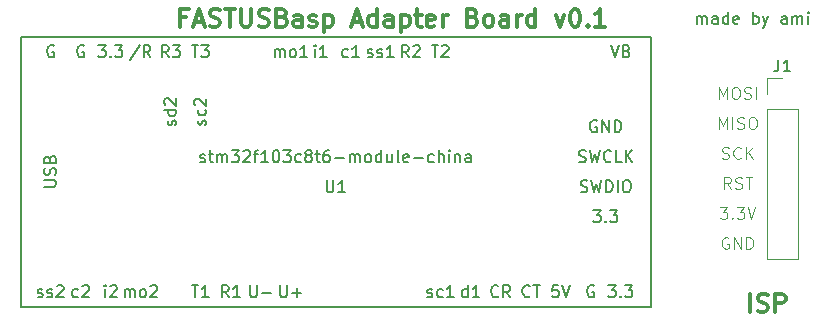
<source format=gto>
G04 #@! TF.FileFunction,Legend,Top*
%FSLAX46Y46*%
G04 Gerber Fmt 4.6, Leading zero omitted, Abs format (unit mm)*
G04 Created by KiCad (PCBNEW 4.0.6) date Sun Apr 16 17:16:54 2017*
%MOMM*%
%LPD*%
G01*
G04 APERTURE LIST*
%ADD10C,0.100000*%
%ADD11C,0.200000*%
%ADD12C,0.300000*%
%ADD13C,0.150000*%
%ADD14C,0.120000*%
G04 APERTURE END LIST*
D10*
D11*
X213725714Y-105862381D02*
X213725714Y-105195714D01*
X213725714Y-105290952D02*
X213773333Y-105243333D01*
X213868571Y-105195714D01*
X214011429Y-105195714D01*
X214106667Y-105243333D01*
X214154286Y-105338571D01*
X214154286Y-105862381D01*
X214154286Y-105338571D02*
X214201905Y-105243333D01*
X214297143Y-105195714D01*
X214440000Y-105195714D01*
X214535238Y-105243333D01*
X214582857Y-105338571D01*
X214582857Y-105862381D01*
X215487619Y-105862381D02*
X215487619Y-105338571D01*
X215440000Y-105243333D01*
X215344762Y-105195714D01*
X215154285Y-105195714D01*
X215059047Y-105243333D01*
X215487619Y-105814762D02*
X215392381Y-105862381D01*
X215154285Y-105862381D01*
X215059047Y-105814762D01*
X215011428Y-105719524D01*
X215011428Y-105624286D01*
X215059047Y-105529048D01*
X215154285Y-105481429D01*
X215392381Y-105481429D01*
X215487619Y-105433810D01*
X216392381Y-105862381D02*
X216392381Y-104862381D01*
X216392381Y-105814762D02*
X216297143Y-105862381D01*
X216106666Y-105862381D01*
X216011428Y-105814762D01*
X215963809Y-105767143D01*
X215916190Y-105671905D01*
X215916190Y-105386190D01*
X215963809Y-105290952D01*
X216011428Y-105243333D01*
X216106666Y-105195714D01*
X216297143Y-105195714D01*
X216392381Y-105243333D01*
X217249524Y-105814762D02*
X217154286Y-105862381D01*
X216963809Y-105862381D01*
X216868571Y-105814762D01*
X216820952Y-105719524D01*
X216820952Y-105338571D01*
X216868571Y-105243333D01*
X216963809Y-105195714D01*
X217154286Y-105195714D01*
X217249524Y-105243333D01*
X217297143Y-105338571D01*
X217297143Y-105433810D01*
X216820952Y-105529048D01*
X218487619Y-105862381D02*
X218487619Y-104862381D01*
X218487619Y-105243333D02*
X218582857Y-105195714D01*
X218773334Y-105195714D01*
X218868572Y-105243333D01*
X218916191Y-105290952D01*
X218963810Y-105386190D01*
X218963810Y-105671905D01*
X218916191Y-105767143D01*
X218868572Y-105814762D01*
X218773334Y-105862381D01*
X218582857Y-105862381D01*
X218487619Y-105814762D01*
X219297143Y-105195714D02*
X219535238Y-105862381D01*
X219773334Y-105195714D02*
X219535238Y-105862381D01*
X219440000Y-106100476D01*
X219392381Y-106148095D01*
X219297143Y-106195714D01*
X221344763Y-105862381D02*
X221344763Y-105338571D01*
X221297144Y-105243333D01*
X221201906Y-105195714D01*
X221011429Y-105195714D01*
X220916191Y-105243333D01*
X221344763Y-105814762D02*
X221249525Y-105862381D01*
X221011429Y-105862381D01*
X220916191Y-105814762D01*
X220868572Y-105719524D01*
X220868572Y-105624286D01*
X220916191Y-105529048D01*
X221011429Y-105481429D01*
X221249525Y-105481429D01*
X221344763Y-105433810D01*
X221820953Y-105862381D02*
X221820953Y-105195714D01*
X221820953Y-105290952D02*
X221868572Y-105243333D01*
X221963810Y-105195714D01*
X222106668Y-105195714D01*
X222201906Y-105243333D01*
X222249525Y-105338571D01*
X222249525Y-105862381D01*
X222249525Y-105338571D02*
X222297144Y-105243333D01*
X222392382Y-105195714D01*
X222535239Y-105195714D01*
X222630477Y-105243333D01*
X222678096Y-105338571D01*
X222678096Y-105862381D01*
X223154286Y-105862381D02*
X223154286Y-105195714D01*
X223154286Y-104862381D02*
X223106667Y-104910000D01*
X223154286Y-104957619D01*
X223201905Y-104910000D01*
X223154286Y-104862381D01*
X223154286Y-104957619D01*
D12*
X170495716Y-105302857D02*
X169995716Y-105302857D01*
X169995716Y-106088571D02*
X169995716Y-104588571D01*
X170710002Y-104588571D01*
X171210001Y-105660000D02*
X171924287Y-105660000D01*
X171067144Y-106088571D02*
X171567144Y-104588571D01*
X172067144Y-106088571D01*
X172495715Y-106017143D02*
X172710001Y-106088571D01*
X173067144Y-106088571D01*
X173210001Y-106017143D01*
X173281430Y-105945714D01*
X173352858Y-105802857D01*
X173352858Y-105660000D01*
X173281430Y-105517143D01*
X173210001Y-105445714D01*
X173067144Y-105374286D01*
X172781430Y-105302857D01*
X172638572Y-105231429D01*
X172567144Y-105160000D01*
X172495715Y-105017143D01*
X172495715Y-104874286D01*
X172567144Y-104731429D01*
X172638572Y-104660000D01*
X172781430Y-104588571D01*
X173138572Y-104588571D01*
X173352858Y-104660000D01*
X173781429Y-104588571D02*
X174638572Y-104588571D01*
X174210001Y-106088571D02*
X174210001Y-104588571D01*
X175138572Y-104588571D02*
X175138572Y-105802857D01*
X175210000Y-105945714D01*
X175281429Y-106017143D01*
X175424286Y-106088571D01*
X175710000Y-106088571D01*
X175852858Y-106017143D01*
X175924286Y-105945714D01*
X175995715Y-105802857D01*
X175995715Y-104588571D01*
X176638572Y-106017143D02*
X176852858Y-106088571D01*
X177210001Y-106088571D01*
X177352858Y-106017143D01*
X177424287Y-105945714D01*
X177495715Y-105802857D01*
X177495715Y-105660000D01*
X177424287Y-105517143D01*
X177352858Y-105445714D01*
X177210001Y-105374286D01*
X176924287Y-105302857D01*
X176781429Y-105231429D01*
X176710001Y-105160000D01*
X176638572Y-105017143D01*
X176638572Y-104874286D01*
X176710001Y-104731429D01*
X176781429Y-104660000D01*
X176924287Y-104588571D01*
X177281429Y-104588571D01*
X177495715Y-104660000D01*
X178638572Y-105302857D02*
X178852858Y-105374286D01*
X178924286Y-105445714D01*
X178995715Y-105588571D01*
X178995715Y-105802857D01*
X178924286Y-105945714D01*
X178852858Y-106017143D01*
X178710000Y-106088571D01*
X178138572Y-106088571D01*
X178138572Y-104588571D01*
X178638572Y-104588571D01*
X178781429Y-104660000D01*
X178852858Y-104731429D01*
X178924286Y-104874286D01*
X178924286Y-105017143D01*
X178852858Y-105160000D01*
X178781429Y-105231429D01*
X178638572Y-105302857D01*
X178138572Y-105302857D01*
X180281429Y-106088571D02*
X180281429Y-105302857D01*
X180210000Y-105160000D01*
X180067143Y-105088571D01*
X179781429Y-105088571D01*
X179638572Y-105160000D01*
X180281429Y-106017143D02*
X180138572Y-106088571D01*
X179781429Y-106088571D01*
X179638572Y-106017143D01*
X179567143Y-105874286D01*
X179567143Y-105731429D01*
X179638572Y-105588571D01*
X179781429Y-105517143D01*
X180138572Y-105517143D01*
X180281429Y-105445714D01*
X180924286Y-106017143D02*
X181067143Y-106088571D01*
X181352858Y-106088571D01*
X181495715Y-106017143D01*
X181567143Y-105874286D01*
X181567143Y-105802857D01*
X181495715Y-105660000D01*
X181352858Y-105588571D01*
X181138572Y-105588571D01*
X180995715Y-105517143D01*
X180924286Y-105374286D01*
X180924286Y-105302857D01*
X180995715Y-105160000D01*
X181138572Y-105088571D01*
X181352858Y-105088571D01*
X181495715Y-105160000D01*
X182210001Y-105088571D02*
X182210001Y-106588571D01*
X182210001Y-105160000D02*
X182352858Y-105088571D01*
X182638572Y-105088571D01*
X182781429Y-105160000D01*
X182852858Y-105231429D01*
X182924287Y-105374286D01*
X182924287Y-105802857D01*
X182852858Y-105945714D01*
X182781429Y-106017143D01*
X182638572Y-106088571D01*
X182352858Y-106088571D01*
X182210001Y-106017143D01*
X184638572Y-105660000D02*
X185352858Y-105660000D01*
X184495715Y-106088571D02*
X184995715Y-104588571D01*
X185495715Y-106088571D01*
X186638572Y-106088571D02*
X186638572Y-104588571D01*
X186638572Y-106017143D02*
X186495715Y-106088571D01*
X186210001Y-106088571D01*
X186067143Y-106017143D01*
X185995715Y-105945714D01*
X185924286Y-105802857D01*
X185924286Y-105374286D01*
X185995715Y-105231429D01*
X186067143Y-105160000D01*
X186210001Y-105088571D01*
X186495715Y-105088571D01*
X186638572Y-105160000D01*
X187995715Y-106088571D02*
X187995715Y-105302857D01*
X187924286Y-105160000D01*
X187781429Y-105088571D01*
X187495715Y-105088571D01*
X187352858Y-105160000D01*
X187995715Y-106017143D02*
X187852858Y-106088571D01*
X187495715Y-106088571D01*
X187352858Y-106017143D01*
X187281429Y-105874286D01*
X187281429Y-105731429D01*
X187352858Y-105588571D01*
X187495715Y-105517143D01*
X187852858Y-105517143D01*
X187995715Y-105445714D01*
X188710001Y-105088571D02*
X188710001Y-106588571D01*
X188710001Y-105160000D02*
X188852858Y-105088571D01*
X189138572Y-105088571D01*
X189281429Y-105160000D01*
X189352858Y-105231429D01*
X189424287Y-105374286D01*
X189424287Y-105802857D01*
X189352858Y-105945714D01*
X189281429Y-106017143D01*
X189138572Y-106088571D01*
X188852858Y-106088571D01*
X188710001Y-106017143D01*
X189852858Y-105088571D02*
X190424287Y-105088571D01*
X190067144Y-104588571D02*
X190067144Y-105874286D01*
X190138572Y-106017143D01*
X190281430Y-106088571D01*
X190424287Y-106088571D01*
X191495715Y-106017143D02*
X191352858Y-106088571D01*
X191067144Y-106088571D01*
X190924287Y-106017143D01*
X190852858Y-105874286D01*
X190852858Y-105302857D01*
X190924287Y-105160000D01*
X191067144Y-105088571D01*
X191352858Y-105088571D01*
X191495715Y-105160000D01*
X191567144Y-105302857D01*
X191567144Y-105445714D01*
X190852858Y-105588571D01*
X192210001Y-106088571D02*
X192210001Y-105088571D01*
X192210001Y-105374286D02*
X192281429Y-105231429D01*
X192352858Y-105160000D01*
X192495715Y-105088571D01*
X192638572Y-105088571D01*
X194781429Y-105302857D02*
X194995715Y-105374286D01*
X195067143Y-105445714D01*
X195138572Y-105588571D01*
X195138572Y-105802857D01*
X195067143Y-105945714D01*
X194995715Y-106017143D01*
X194852857Y-106088571D01*
X194281429Y-106088571D01*
X194281429Y-104588571D01*
X194781429Y-104588571D01*
X194924286Y-104660000D01*
X194995715Y-104731429D01*
X195067143Y-104874286D01*
X195067143Y-105017143D01*
X194995715Y-105160000D01*
X194924286Y-105231429D01*
X194781429Y-105302857D01*
X194281429Y-105302857D01*
X195995715Y-106088571D02*
X195852857Y-106017143D01*
X195781429Y-105945714D01*
X195710000Y-105802857D01*
X195710000Y-105374286D01*
X195781429Y-105231429D01*
X195852857Y-105160000D01*
X195995715Y-105088571D01*
X196210000Y-105088571D01*
X196352857Y-105160000D01*
X196424286Y-105231429D01*
X196495715Y-105374286D01*
X196495715Y-105802857D01*
X196424286Y-105945714D01*
X196352857Y-106017143D01*
X196210000Y-106088571D01*
X195995715Y-106088571D01*
X197781429Y-106088571D02*
X197781429Y-105302857D01*
X197710000Y-105160000D01*
X197567143Y-105088571D01*
X197281429Y-105088571D01*
X197138572Y-105160000D01*
X197781429Y-106017143D02*
X197638572Y-106088571D01*
X197281429Y-106088571D01*
X197138572Y-106017143D01*
X197067143Y-105874286D01*
X197067143Y-105731429D01*
X197138572Y-105588571D01*
X197281429Y-105517143D01*
X197638572Y-105517143D01*
X197781429Y-105445714D01*
X198495715Y-106088571D02*
X198495715Y-105088571D01*
X198495715Y-105374286D02*
X198567143Y-105231429D01*
X198638572Y-105160000D01*
X198781429Y-105088571D01*
X198924286Y-105088571D01*
X200067143Y-106088571D02*
X200067143Y-104588571D01*
X200067143Y-106017143D02*
X199924286Y-106088571D01*
X199638572Y-106088571D01*
X199495714Y-106017143D01*
X199424286Y-105945714D01*
X199352857Y-105802857D01*
X199352857Y-105374286D01*
X199424286Y-105231429D01*
X199495714Y-105160000D01*
X199638572Y-105088571D01*
X199924286Y-105088571D01*
X200067143Y-105160000D01*
X201781429Y-105088571D02*
X202138572Y-106088571D01*
X202495714Y-105088571D01*
X203352857Y-104588571D02*
X203495714Y-104588571D01*
X203638571Y-104660000D01*
X203710000Y-104731429D01*
X203781429Y-104874286D01*
X203852857Y-105160000D01*
X203852857Y-105517143D01*
X203781429Y-105802857D01*
X203710000Y-105945714D01*
X203638571Y-106017143D01*
X203495714Y-106088571D01*
X203352857Y-106088571D01*
X203210000Y-106017143D01*
X203138571Y-105945714D01*
X203067143Y-105802857D01*
X202995714Y-105517143D01*
X202995714Y-105160000D01*
X203067143Y-104874286D01*
X203138571Y-104731429D01*
X203210000Y-104660000D01*
X203352857Y-104588571D01*
X204495714Y-105945714D02*
X204567142Y-106017143D01*
X204495714Y-106088571D01*
X204424285Y-106017143D01*
X204495714Y-105945714D01*
X204495714Y-106088571D01*
X205995714Y-106088571D02*
X205138571Y-106088571D01*
X205567143Y-106088571D02*
X205567143Y-104588571D01*
X205424286Y-104802857D01*
X205281428Y-104945714D01*
X205138571Y-105017143D01*
D10*
X216408096Y-123960000D02*
X216312858Y-123912381D01*
X216170001Y-123912381D01*
X216027143Y-123960000D01*
X215931905Y-124055238D01*
X215884286Y-124150476D01*
X215836667Y-124340952D01*
X215836667Y-124483810D01*
X215884286Y-124674286D01*
X215931905Y-124769524D01*
X216027143Y-124864762D01*
X216170001Y-124912381D01*
X216265239Y-124912381D01*
X216408096Y-124864762D01*
X216455715Y-124817143D01*
X216455715Y-124483810D01*
X216265239Y-124483810D01*
X216884286Y-124912381D02*
X216884286Y-123912381D01*
X217455715Y-124912381D01*
X217455715Y-123912381D01*
X217931905Y-124912381D02*
X217931905Y-123912381D01*
X218170000Y-123912381D01*
X218312858Y-123960000D01*
X218408096Y-124055238D01*
X218455715Y-124150476D01*
X218503334Y-124340952D01*
X218503334Y-124483810D01*
X218455715Y-124674286D01*
X218408096Y-124769524D01*
X218312858Y-124864762D01*
X218170000Y-124912381D01*
X217931905Y-124912381D01*
X215693810Y-121372381D02*
X216312858Y-121372381D01*
X215979524Y-121753333D01*
X216122382Y-121753333D01*
X216217620Y-121800952D01*
X216265239Y-121848571D01*
X216312858Y-121943810D01*
X216312858Y-122181905D01*
X216265239Y-122277143D01*
X216217620Y-122324762D01*
X216122382Y-122372381D01*
X215836667Y-122372381D01*
X215741429Y-122324762D01*
X215693810Y-122277143D01*
X216741429Y-122277143D02*
X216789048Y-122324762D01*
X216741429Y-122372381D01*
X216693810Y-122324762D01*
X216741429Y-122277143D01*
X216741429Y-122372381D01*
X217122381Y-121372381D02*
X217741429Y-121372381D01*
X217408095Y-121753333D01*
X217550953Y-121753333D01*
X217646191Y-121800952D01*
X217693810Y-121848571D01*
X217741429Y-121943810D01*
X217741429Y-122181905D01*
X217693810Y-122277143D01*
X217646191Y-122324762D01*
X217550953Y-122372381D01*
X217265238Y-122372381D01*
X217170000Y-122324762D01*
X217122381Y-122277143D01*
X218027143Y-121372381D02*
X218360476Y-122372381D01*
X218693810Y-121372381D01*
X216622381Y-119832381D02*
X216289047Y-119356190D01*
X216050952Y-119832381D02*
X216050952Y-118832381D01*
X216431905Y-118832381D01*
X216527143Y-118880000D01*
X216574762Y-118927619D01*
X216622381Y-119022857D01*
X216622381Y-119165714D01*
X216574762Y-119260952D01*
X216527143Y-119308571D01*
X216431905Y-119356190D01*
X216050952Y-119356190D01*
X217003333Y-119784762D02*
X217146190Y-119832381D01*
X217384286Y-119832381D01*
X217479524Y-119784762D01*
X217527143Y-119737143D01*
X217574762Y-119641905D01*
X217574762Y-119546667D01*
X217527143Y-119451429D01*
X217479524Y-119403810D01*
X217384286Y-119356190D01*
X217193809Y-119308571D01*
X217098571Y-119260952D01*
X217050952Y-119213333D01*
X217003333Y-119118095D01*
X217003333Y-119022857D01*
X217050952Y-118927619D01*
X217098571Y-118880000D01*
X217193809Y-118832381D01*
X217431905Y-118832381D01*
X217574762Y-118880000D01*
X217860476Y-118832381D02*
X218431905Y-118832381D01*
X218146190Y-119832381D02*
X218146190Y-118832381D01*
X215884286Y-117244762D02*
X216027143Y-117292381D01*
X216265239Y-117292381D01*
X216360477Y-117244762D01*
X216408096Y-117197143D01*
X216455715Y-117101905D01*
X216455715Y-117006667D01*
X216408096Y-116911429D01*
X216360477Y-116863810D01*
X216265239Y-116816190D01*
X216074762Y-116768571D01*
X215979524Y-116720952D01*
X215931905Y-116673333D01*
X215884286Y-116578095D01*
X215884286Y-116482857D01*
X215931905Y-116387619D01*
X215979524Y-116340000D01*
X216074762Y-116292381D01*
X216312858Y-116292381D01*
X216455715Y-116340000D01*
X217455715Y-117197143D02*
X217408096Y-117244762D01*
X217265239Y-117292381D01*
X217170001Y-117292381D01*
X217027143Y-117244762D01*
X216931905Y-117149524D01*
X216884286Y-117054286D01*
X216836667Y-116863810D01*
X216836667Y-116720952D01*
X216884286Y-116530476D01*
X216931905Y-116435238D01*
X217027143Y-116340000D01*
X217170001Y-116292381D01*
X217265239Y-116292381D01*
X217408096Y-116340000D01*
X217455715Y-116387619D01*
X217884286Y-117292381D02*
X217884286Y-116292381D01*
X218455715Y-117292381D02*
X218027143Y-116720952D01*
X218455715Y-116292381D02*
X217884286Y-116863810D01*
X215598572Y-114752381D02*
X215598572Y-113752381D01*
X215931906Y-114466667D01*
X216265239Y-113752381D01*
X216265239Y-114752381D01*
X216741429Y-114752381D02*
X216741429Y-113752381D01*
X217170000Y-114704762D02*
X217312857Y-114752381D01*
X217550953Y-114752381D01*
X217646191Y-114704762D01*
X217693810Y-114657143D01*
X217741429Y-114561905D01*
X217741429Y-114466667D01*
X217693810Y-114371429D01*
X217646191Y-114323810D01*
X217550953Y-114276190D01*
X217360476Y-114228571D01*
X217265238Y-114180952D01*
X217217619Y-114133333D01*
X217170000Y-114038095D01*
X217170000Y-113942857D01*
X217217619Y-113847619D01*
X217265238Y-113800000D01*
X217360476Y-113752381D01*
X217598572Y-113752381D01*
X217741429Y-113800000D01*
X218360476Y-113752381D02*
X218550953Y-113752381D01*
X218646191Y-113800000D01*
X218741429Y-113895238D01*
X218789048Y-114085714D01*
X218789048Y-114419048D01*
X218741429Y-114609524D01*
X218646191Y-114704762D01*
X218550953Y-114752381D01*
X218360476Y-114752381D01*
X218265238Y-114704762D01*
X218170000Y-114609524D01*
X218122381Y-114419048D01*
X218122381Y-114085714D01*
X218170000Y-113895238D01*
X218265238Y-113800000D01*
X218360476Y-113752381D01*
X215598572Y-112212381D02*
X215598572Y-111212381D01*
X215931906Y-111926667D01*
X216265239Y-111212381D01*
X216265239Y-112212381D01*
X216931905Y-111212381D02*
X217122382Y-111212381D01*
X217217620Y-111260000D01*
X217312858Y-111355238D01*
X217360477Y-111545714D01*
X217360477Y-111879048D01*
X217312858Y-112069524D01*
X217217620Y-112164762D01*
X217122382Y-112212381D01*
X216931905Y-112212381D01*
X216836667Y-112164762D01*
X216741429Y-112069524D01*
X216693810Y-111879048D01*
X216693810Y-111545714D01*
X216741429Y-111355238D01*
X216836667Y-111260000D01*
X216931905Y-111212381D01*
X217741429Y-112164762D02*
X217884286Y-112212381D01*
X218122382Y-112212381D01*
X218217620Y-112164762D01*
X218265239Y-112117143D01*
X218312858Y-112021905D01*
X218312858Y-111926667D01*
X218265239Y-111831429D01*
X218217620Y-111783810D01*
X218122382Y-111736190D01*
X217931905Y-111688571D01*
X217836667Y-111640952D01*
X217789048Y-111593333D01*
X217741429Y-111498095D01*
X217741429Y-111402857D01*
X217789048Y-111307619D01*
X217836667Y-111260000D01*
X217931905Y-111212381D01*
X218170001Y-111212381D01*
X218312858Y-111260000D01*
X218741429Y-112212381D02*
X218741429Y-111212381D01*
D12*
X218245715Y-130218571D02*
X218245715Y-128718571D01*
X218888572Y-130147143D02*
X219102858Y-130218571D01*
X219460001Y-130218571D01*
X219602858Y-130147143D01*
X219674287Y-130075714D01*
X219745715Y-129932857D01*
X219745715Y-129790000D01*
X219674287Y-129647143D01*
X219602858Y-129575714D01*
X219460001Y-129504286D01*
X219174287Y-129432857D01*
X219031429Y-129361429D01*
X218960001Y-129290000D01*
X218888572Y-129147143D01*
X218888572Y-129004286D01*
X218960001Y-128861429D01*
X219031429Y-128790000D01*
X219174287Y-128718571D01*
X219531429Y-128718571D01*
X219745715Y-128790000D01*
X220388572Y-130218571D02*
X220388572Y-128718571D01*
X220960000Y-128718571D01*
X221102858Y-128790000D01*
X221174286Y-128861429D01*
X221245715Y-129004286D01*
X221245715Y-129218571D01*
X221174286Y-129361429D01*
X221102858Y-129432857D01*
X220960000Y-129504286D01*
X220388572Y-129504286D01*
D13*
X156485001Y-129815001D02*
X209825001Y-129815001D01*
X209825001Y-106955001D02*
X156485001Y-106955001D01*
X209825001Y-129815001D02*
X209825001Y-106955001D01*
X156485001Y-106955001D02*
X156485001Y-129815001D01*
D14*
X219650000Y-113030000D02*
X219650000Y-125790000D01*
X219650000Y-125790000D02*
X222310000Y-125790000D01*
X222310000Y-125790000D02*
X222310000Y-113030000D01*
X222310000Y-113030000D02*
X219650000Y-113030000D01*
X219650000Y-111760000D02*
X219650000Y-110430000D01*
X219650000Y-110430000D02*
X220980000Y-110430000D01*
D13*
X182393096Y-119107382D02*
X182393096Y-119916906D01*
X182440715Y-120012144D01*
X182488334Y-120059763D01*
X182583572Y-120107382D01*
X182774049Y-120107382D01*
X182869287Y-120059763D01*
X182916906Y-120012144D01*
X182964525Y-119916906D01*
X182964525Y-119107382D01*
X183964525Y-120107382D02*
X183393096Y-120107382D01*
X183678810Y-120107382D02*
X183678810Y-119107382D01*
X183583572Y-119250239D01*
X183488334Y-119345477D01*
X183393096Y-119393096D01*
X171678810Y-117519763D02*
X171774048Y-117567382D01*
X171964524Y-117567382D01*
X172059763Y-117519763D01*
X172107382Y-117424525D01*
X172107382Y-117376906D01*
X172059763Y-117281668D01*
X171964524Y-117234049D01*
X171821667Y-117234049D01*
X171726429Y-117186430D01*
X171678810Y-117091191D01*
X171678810Y-117043572D01*
X171726429Y-116948334D01*
X171821667Y-116900715D01*
X171964524Y-116900715D01*
X172059763Y-116948334D01*
X172393096Y-116900715D02*
X172774048Y-116900715D01*
X172535953Y-116567382D02*
X172535953Y-117424525D01*
X172583572Y-117519763D01*
X172678810Y-117567382D01*
X172774048Y-117567382D01*
X173107382Y-117567382D02*
X173107382Y-116900715D01*
X173107382Y-116995953D02*
X173155001Y-116948334D01*
X173250239Y-116900715D01*
X173393097Y-116900715D01*
X173488335Y-116948334D01*
X173535954Y-117043572D01*
X173535954Y-117567382D01*
X173535954Y-117043572D02*
X173583573Y-116948334D01*
X173678811Y-116900715D01*
X173821668Y-116900715D01*
X173916906Y-116948334D01*
X173964525Y-117043572D01*
X173964525Y-117567382D01*
X174345477Y-116567382D02*
X174964525Y-116567382D01*
X174631191Y-116948334D01*
X174774049Y-116948334D01*
X174869287Y-116995953D01*
X174916906Y-117043572D01*
X174964525Y-117138811D01*
X174964525Y-117376906D01*
X174916906Y-117472144D01*
X174869287Y-117519763D01*
X174774049Y-117567382D01*
X174488334Y-117567382D01*
X174393096Y-117519763D01*
X174345477Y-117472144D01*
X175345477Y-116662620D02*
X175393096Y-116615001D01*
X175488334Y-116567382D01*
X175726430Y-116567382D01*
X175821668Y-116615001D01*
X175869287Y-116662620D01*
X175916906Y-116757858D01*
X175916906Y-116853096D01*
X175869287Y-116995953D01*
X175297858Y-117567382D01*
X175916906Y-117567382D01*
X176202620Y-116900715D02*
X176583572Y-116900715D01*
X176345477Y-117567382D02*
X176345477Y-116710239D01*
X176393096Y-116615001D01*
X176488334Y-116567382D01*
X176583572Y-116567382D01*
X177440716Y-117567382D02*
X176869287Y-117567382D01*
X177155001Y-117567382D02*
X177155001Y-116567382D01*
X177059763Y-116710239D01*
X176964525Y-116805477D01*
X176869287Y-116853096D01*
X178059763Y-116567382D02*
X178155002Y-116567382D01*
X178250240Y-116615001D01*
X178297859Y-116662620D01*
X178345478Y-116757858D01*
X178393097Y-116948334D01*
X178393097Y-117186430D01*
X178345478Y-117376906D01*
X178297859Y-117472144D01*
X178250240Y-117519763D01*
X178155002Y-117567382D01*
X178059763Y-117567382D01*
X177964525Y-117519763D01*
X177916906Y-117472144D01*
X177869287Y-117376906D01*
X177821668Y-117186430D01*
X177821668Y-116948334D01*
X177869287Y-116757858D01*
X177916906Y-116662620D01*
X177964525Y-116615001D01*
X178059763Y-116567382D01*
X178726430Y-116567382D02*
X179345478Y-116567382D01*
X179012144Y-116948334D01*
X179155002Y-116948334D01*
X179250240Y-116995953D01*
X179297859Y-117043572D01*
X179345478Y-117138811D01*
X179345478Y-117376906D01*
X179297859Y-117472144D01*
X179250240Y-117519763D01*
X179155002Y-117567382D01*
X178869287Y-117567382D01*
X178774049Y-117519763D01*
X178726430Y-117472144D01*
X180202621Y-117519763D02*
X180107383Y-117567382D01*
X179916906Y-117567382D01*
X179821668Y-117519763D01*
X179774049Y-117472144D01*
X179726430Y-117376906D01*
X179726430Y-117091191D01*
X179774049Y-116995953D01*
X179821668Y-116948334D01*
X179916906Y-116900715D01*
X180107383Y-116900715D01*
X180202621Y-116948334D01*
X180774049Y-116995953D02*
X180678811Y-116948334D01*
X180631192Y-116900715D01*
X180583573Y-116805477D01*
X180583573Y-116757858D01*
X180631192Y-116662620D01*
X180678811Y-116615001D01*
X180774049Y-116567382D01*
X180964526Y-116567382D01*
X181059764Y-116615001D01*
X181107383Y-116662620D01*
X181155002Y-116757858D01*
X181155002Y-116805477D01*
X181107383Y-116900715D01*
X181059764Y-116948334D01*
X180964526Y-116995953D01*
X180774049Y-116995953D01*
X180678811Y-117043572D01*
X180631192Y-117091191D01*
X180583573Y-117186430D01*
X180583573Y-117376906D01*
X180631192Y-117472144D01*
X180678811Y-117519763D01*
X180774049Y-117567382D01*
X180964526Y-117567382D01*
X181059764Y-117519763D01*
X181107383Y-117472144D01*
X181155002Y-117376906D01*
X181155002Y-117186430D01*
X181107383Y-117091191D01*
X181059764Y-117043572D01*
X180964526Y-116995953D01*
X181440716Y-116900715D02*
X181821668Y-116900715D01*
X181583573Y-116567382D02*
X181583573Y-117424525D01*
X181631192Y-117519763D01*
X181726430Y-117567382D01*
X181821668Y-117567382D01*
X182583574Y-116567382D02*
X182393097Y-116567382D01*
X182297859Y-116615001D01*
X182250240Y-116662620D01*
X182155002Y-116805477D01*
X182107383Y-116995953D01*
X182107383Y-117376906D01*
X182155002Y-117472144D01*
X182202621Y-117519763D01*
X182297859Y-117567382D01*
X182488336Y-117567382D01*
X182583574Y-117519763D01*
X182631193Y-117472144D01*
X182678812Y-117376906D01*
X182678812Y-117138811D01*
X182631193Y-117043572D01*
X182583574Y-116995953D01*
X182488336Y-116948334D01*
X182297859Y-116948334D01*
X182202621Y-116995953D01*
X182155002Y-117043572D01*
X182107383Y-117138811D01*
X183107383Y-117186430D02*
X183869288Y-117186430D01*
X184345478Y-117567382D02*
X184345478Y-116900715D01*
X184345478Y-116995953D02*
X184393097Y-116948334D01*
X184488335Y-116900715D01*
X184631193Y-116900715D01*
X184726431Y-116948334D01*
X184774050Y-117043572D01*
X184774050Y-117567382D01*
X184774050Y-117043572D02*
X184821669Y-116948334D01*
X184916907Y-116900715D01*
X185059764Y-116900715D01*
X185155002Y-116948334D01*
X185202621Y-117043572D01*
X185202621Y-117567382D01*
X185821668Y-117567382D02*
X185726430Y-117519763D01*
X185678811Y-117472144D01*
X185631192Y-117376906D01*
X185631192Y-117091191D01*
X185678811Y-116995953D01*
X185726430Y-116948334D01*
X185821668Y-116900715D01*
X185964526Y-116900715D01*
X186059764Y-116948334D01*
X186107383Y-116995953D01*
X186155002Y-117091191D01*
X186155002Y-117376906D01*
X186107383Y-117472144D01*
X186059764Y-117519763D01*
X185964526Y-117567382D01*
X185821668Y-117567382D01*
X187012145Y-117567382D02*
X187012145Y-116567382D01*
X187012145Y-117519763D02*
X186916907Y-117567382D01*
X186726430Y-117567382D01*
X186631192Y-117519763D01*
X186583573Y-117472144D01*
X186535954Y-117376906D01*
X186535954Y-117091191D01*
X186583573Y-116995953D01*
X186631192Y-116948334D01*
X186726430Y-116900715D01*
X186916907Y-116900715D01*
X187012145Y-116948334D01*
X187916907Y-116900715D02*
X187916907Y-117567382D01*
X187488335Y-116900715D02*
X187488335Y-117424525D01*
X187535954Y-117519763D01*
X187631192Y-117567382D01*
X187774050Y-117567382D01*
X187869288Y-117519763D01*
X187916907Y-117472144D01*
X188535954Y-117567382D02*
X188440716Y-117519763D01*
X188393097Y-117424525D01*
X188393097Y-116567382D01*
X189297860Y-117519763D02*
X189202622Y-117567382D01*
X189012145Y-117567382D01*
X188916907Y-117519763D01*
X188869288Y-117424525D01*
X188869288Y-117043572D01*
X188916907Y-116948334D01*
X189012145Y-116900715D01*
X189202622Y-116900715D01*
X189297860Y-116948334D01*
X189345479Y-117043572D01*
X189345479Y-117138811D01*
X188869288Y-117234049D01*
X189774050Y-117186430D02*
X190535955Y-117186430D01*
X191440717Y-117519763D02*
X191345479Y-117567382D01*
X191155002Y-117567382D01*
X191059764Y-117519763D01*
X191012145Y-117472144D01*
X190964526Y-117376906D01*
X190964526Y-117091191D01*
X191012145Y-116995953D01*
X191059764Y-116948334D01*
X191155002Y-116900715D01*
X191345479Y-116900715D01*
X191440717Y-116948334D01*
X191869288Y-117567382D02*
X191869288Y-116567382D01*
X192297860Y-117567382D02*
X192297860Y-117043572D01*
X192250241Y-116948334D01*
X192155003Y-116900715D01*
X192012145Y-116900715D01*
X191916907Y-116948334D01*
X191869288Y-116995953D01*
X192774050Y-117567382D02*
X192774050Y-116900715D01*
X192774050Y-116567382D02*
X192726431Y-116615001D01*
X192774050Y-116662620D01*
X192821669Y-116615001D01*
X192774050Y-116567382D01*
X192774050Y-116662620D01*
X193250240Y-116900715D02*
X193250240Y-117567382D01*
X193250240Y-116995953D02*
X193297859Y-116948334D01*
X193393097Y-116900715D01*
X193535955Y-116900715D01*
X193631193Y-116948334D01*
X193678812Y-117043572D01*
X193678812Y-117567382D01*
X194583574Y-117567382D02*
X194583574Y-117043572D01*
X194535955Y-116948334D01*
X194440717Y-116900715D01*
X194250240Y-116900715D01*
X194155002Y-116948334D01*
X194583574Y-117519763D02*
X194488336Y-117567382D01*
X194250240Y-117567382D01*
X194155002Y-117519763D01*
X194107383Y-117424525D01*
X194107383Y-117329287D01*
X194155002Y-117234049D01*
X194250240Y-117186430D01*
X194488336Y-117186430D01*
X194583574Y-117138811D01*
X172129763Y-114424049D02*
X172177382Y-114328811D01*
X172177382Y-114138335D01*
X172129763Y-114043096D01*
X172034525Y-113995477D01*
X171986906Y-113995477D01*
X171891668Y-114043096D01*
X171844049Y-114138335D01*
X171844049Y-114281192D01*
X171796430Y-114376430D01*
X171701191Y-114424049D01*
X171653572Y-114424049D01*
X171558334Y-114376430D01*
X171510715Y-114281192D01*
X171510715Y-114138335D01*
X171558334Y-114043096D01*
X172129763Y-113138334D02*
X172177382Y-113233572D01*
X172177382Y-113424049D01*
X172129763Y-113519287D01*
X172082144Y-113566906D01*
X171986906Y-113614525D01*
X171701191Y-113614525D01*
X171605953Y-113566906D01*
X171558334Y-113519287D01*
X171510715Y-113424049D01*
X171510715Y-113233572D01*
X171558334Y-113138334D01*
X171272620Y-112757382D02*
X171225001Y-112709763D01*
X171177382Y-112614525D01*
X171177382Y-112376429D01*
X171225001Y-112281191D01*
X171272620Y-112233572D01*
X171367858Y-112185953D01*
X171463096Y-112185953D01*
X171605953Y-112233572D01*
X172177382Y-112805001D01*
X172177382Y-112185953D01*
X169589763Y-114447858D02*
X169637382Y-114352620D01*
X169637382Y-114162144D01*
X169589763Y-114066905D01*
X169494525Y-114019286D01*
X169446906Y-114019286D01*
X169351668Y-114066905D01*
X169304049Y-114162144D01*
X169304049Y-114305001D01*
X169256430Y-114400239D01*
X169161191Y-114447858D01*
X169113572Y-114447858D01*
X169018334Y-114400239D01*
X168970715Y-114305001D01*
X168970715Y-114162144D01*
X169018334Y-114066905D01*
X169637382Y-113162143D02*
X168637382Y-113162143D01*
X169589763Y-113162143D02*
X169637382Y-113257381D01*
X169637382Y-113447858D01*
X169589763Y-113543096D01*
X169542144Y-113590715D01*
X169446906Y-113638334D01*
X169161191Y-113638334D01*
X169065953Y-113590715D01*
X169018334Y-113543096D01*
X168970715Y-113447858D01*
X168970715Y-113257381D01*
X169018334Y-113162143D01*
X168732620Y-112733572D02*
X168685001Y-112685953D01*
X168637382Y-112590715D01*
X168637382Y-112352619D01*
X168685001Y-112257381D01*
X168732620Y-112209762D01*
X168827858Y-112162143D01*
X168923096Y-112162143D01*
X169065953Y-112209762D01*
X169637382Y-112781191D01*
X169637382Y-112162143D01*
X165287858Y-128997382D02*
X165287858Y-128330715D01*
X165287858Y-128425953D02*
X165335477Y-128378334D01*
X165430715Y-128330715D01*
X165573573Y-128330715D01*
X165668811Y-128378334D01*
X165716430Y-128473572D01*
X165716430Y-128997382D01*
X165716430Y-128473572D02*
X165764049Y-128378334D01*
X165859287Y-128330715D01*
X166002144Y-128330715D01*
X166097382Y-128378334D01*
X166145001Y-128473572D01*
X166145001Y-128997382D01*
X166764048Y-128997382D02*
X166668810Y-128949763D01*
X166621191Y-128902144D01*
X166573572Y-128806906D01*
X166573572Y-128521191D01*
X166621191Y-128425953D01*
X166668810Y-128378334D01*
X166764048Y-128330715D01*
X166906906Y-128330715D01*
X167002144Y-128378334D01*
X167049763Y-128425953D01*
X167097382Y-128521191D01*
X167097382Y-128806906D01*
X167049763Y-128902144D01*
X167002144Y-128949763D01*
X166906906Y-128997382D01*
X166764048Y-128997382D01*
X167478334Y-128092620D02*
X167525953Y-128045001D01*
X167621191Y-127997382D01*
X167859287Y-127997382D01*
X167954525Y-128045001D01*
X168002144Y-128092620D01*
X168049763Y-128187858D01*
X168049763Y-128283096D01*
X168002144Y-128425953D01*
X167430715Y-128997382D01*
X168049763Y-128997382D01*
X163628811Y-128997382D02*
X163628811Y-128330715D01*
X163628811Y-127997382D02*
X163581192Y-128045001D01*
X163628811Y-128092620D01*
X163676430Y-128045001D01*
X163628811Y-127997382D01*
X163628811Y-128092620D01*
X164057382Y-128092620D02*
X164105001Y-128045001D01*
X164200239Y-127997382D01*
X164438335Y-127997382D01*
X164533573Y-128045001D01*
X164581192Y-128092620D01*
X164628811Y-128187858D01*
X164628811Y-128283096D01*
X164581192Y-128425953D01*
X164009763Y-128997382D01*
X164628811Y-128997382D01*
X161326906Y-128949763D02*
X161231668Y-128997382D01*
X161041191Y-128997382D01*
X160945953Y-128949763D01*
X160898334Y-128902144D01*
X160850715Y-128806906D01*
X160850715Y-128521191D01*
X160898334Y-128425953D01*
X160945953Y-128378334D01*
X161041191Y-128330715D01*
X161231668Y-128330715D01*
X161326906Y-128378334D01*
X161707858Y-128092620D02*
X161755477Y-128045001D01*
X161850715Y-127997382D01*
X162088811Y-127997382D01*
X162184049Y-128045001D01*
X162231668Y-128092620D01*
X162279287Y-128187858D01*
X162279287Y-128283096D01*
X162231668Y-128425953D01*
X161660239Y-128997382D01*
X162279287Y-128997382D01*
X157929763Y-128949763D02*
X158025001Y-128997382D01*
X158215477Y-128997382D01*
X158310716Y-128949763D01*
X158358335Y-128854525D01*
X158358335Y-128806906D01*
X158310716Y-128711668D01*
X158215477Y-128664049D01*
X158072620Y-128664049D01*
X157977382Y-128616430D01*
X157929763Y-128521191D01*
X157929763Y-128473572D01*
X157977382Y-128378334D01*
X158072620Y-128330715D01*
X158215477Y-128330715D01*
X158310716Y-128378334D01*
X158739287Y-128949763D02*
X158834525Y-128997382D01*
X159025001Y-128997382D01*
X159120240Y-128949763D01*
X159167859Y-128854525D01*
X159167859Y-128806906D01*
X159120240Y-128711668D01*
X159025001Y-128664049D01*
X158882144Y-128664049D01*
X158786906Y-128616430D01*
X158739287Y-128521191D01*
X158739287Y-128473572D01*
X158786906Y-128378334D01*
X158882144Y-128330715D01*
X159025001Y-128330715D01*
X159120240Y-128378334D01*
X159548811Y-128092620D02*
X159596430Y-128045001D01*
X159691668Y-127997382D01*
X159929764Y-127997382D01*
X160025002Y-128045001D01*
X160072621Y-128092620D01*
X160120240Y-128187858D01*
X160120240Y-128283096D01*
X160072621Y-128425953D01*
X159501192Y-128997382D01*
X160120240Y-128997382D01*
X194323097Y-128997382D02*
X194323097Y-127997382D01*
X194323097Y-128949763D02*
X194227859Y-128997382D01*
X194037382Y-128997382D01*
X193942144Y-128949763D01*
X193894525Y-128902144D01*
X193846906Y-128806906D01*
X193846906Y-128521191D01*
X193894525Y-128425953D01*
X193942144Y-128378334D01*
X194037382Y-128330715D01*
X194227859Y-128330715D01*
X194323097Y-128378334D01*
X195323097Y-128997382D02*
X194751668Y-128997382D01*
X195037382Y-128997382D02*
X195037382Y-127997382D01*
X194942144Y-128140239D01*
X194846906Y-128235477D01*
X194751668Y-128283096D01*
X190925953Y-128949763D02*
X191021191Y-128997382D01*
X191211667Y-128997382D01*
X191306906Y-128949763D01*
X191354525Y-128854525D01*
X191354525Y-128806906D01*
X191306906Y-128711668D01*
X191211667Y-128664049D01*
X191068810Y-128664049D01*
X190973572Y-128616430D01*
X190925953Y-128521191D01*
X190925953Y-128473572D01*
X190973572Y-128378334D01*
X191068810Y-128330715D01*
X191211667Y-128330715D01*
X191306906Y-128378334D01*
X192211668Y-128949763D02*
X192116430Y-128997382D01*
X191925953Y-128997382D01*
X191830715Y-128949763D01*
X191783096Y-128902144D01*
X191735477Y-128806906D01*
X191735477Y-128521191D01*
X191783096Y-128425953D01*
X191830715Y-128378334D01*
X191925953Y-128330715D01*
X192116430Y-128330715D01*
X192211668Y-128378334D01*
X193164049Y-128997382D02*
X192592620Y-128997382D01*
X192878334Y-128997382D02*
X192878334Y-127997382D01*
X192783096Y-128140239D01*
X192687858Y-128235477D01*
X192592620Y-128283096D01*
X191283096Y-107677382D02*
X191854525Y-107677382D01*
X191568810Y-108677382D02*
X191568810Y-107677382D01*
X192140239Y-107772620D02*
X192187858Y-107725001D01*
X192283096Y-107677382D01*
X192521192Y-107677382D01*
X192616430Y-107725001D01*
X192664049Y-107772620D01*
X192711668Y-107867858D01*
X192711668Y-107963096D01*
X192664049Y-108105953D01*
X192092620Y-108677382D01*
X192711668Y-108677382D01*
X189338335Y-108677382D02*
X189005001Y-108201191D01*
X188766906Y-108677382D02*
X188766906Y-107677382D01*
X189147859Y-107677382D01*
X189243097Y-107725001D01*
X189290716Y-107772620D01*
X189338335Y-107867858D01*
X189338335Y-108010715D01*
X189290716Y-108105953D01*
X189243097Y-108153572D01*
X189147859Y-108201191D01*
X188766906Y-108201191D01*
X189719287Y-107772620D02*
X189766906Y-107725001D01*
X189862144Y-107677382D01*
X190100240Y-107677382D01*
X190195478Y-107725001D01*
X190243097Y-107772620D01*
X190290716Y-107867858D01*
X190290716Y-107963096D01*
X190243097Y-108105953D01*
X189671668Y-108677382D01*
X190290716Y-108677382D01*
X185869763Y-108629763D02*
X185965001Y-108677382D01*
X186155477Y-108677382D01*
X186250716Y-108629763D01*
X186298335Y-108534525D01*
X186298335Y-108486906D01*
X186250716Y-108391668D01*
X186155477Y-108344049D01*
X186012620Y-108344049D01*
X185917382Y-108296430D01*
X185869763Y-108201191D01*
X185869763Y-108153572D01*
X185917382Y-108058334D01*
X186012620Y-108010715D01*
X186155477Y-108010715D01*
X186250716Y-108058334D01*
X186679287Y-108629763D02*
X186774525Y-108677382D01*
X186965001Y-108677382D01*
X187060240Y-108629763D01*
X187107859Y-108534525D01*
X187107859Y-108486906D01*
X187060240Y-108391668D01*
X186965001Y-108344049D01*
X186822144Y-108344049D01*
X186726906Y-108296430D01*
X186679287Y-108201191D01*
X186679287Y-108153572D01*
X186726906Y-108058334D01*
X186822144Y-108010715D01*
X186965001Y-108010715D01*
X187060240Y-108058334D01*
X188060240Y-108677382D02*
X187488811Y-108677382D01*
X187774525Y-108677382D02*
X187774525Y-107677382D01*
X187679287Y-107820239D01*
X187584049Y-107915477D01*
X187488811Y-107963096D01*
X184186906Y-108629763D02*
X184091668Y-108677382D01*
X183901191Y-108677382D01*
X183805953Y-108629763D01*
X183758334Y-108582144D01*
X183710715Y-108486906D01*
X183710715Y-108201191D01*
X183758334Y-108105953D01*
X183805953Y-108058334D01*
X183901191Y-108010715D01*
X184091668Y-108010715D01*
X184186906Y-108058334D01*
X185139287Y-108677382D02*
X184567858Y-108677382D01*
X184853572Y-108677382D02*
X184853572Y-107677382D01*
X184758334Y-107820239D01*
X184663096Y-107915477D01*
X184567858Y-107963096D01*
X181408811Y-108677382D02*
X181408811Y-108010715D01*
X181408811Y-107677382D02*
X181361192Y-107725001D01*
X181408811Y-107772620D01*
X181456430Y-107725001D01*
X181408811Y-107677382D01*
X181408811Y-107772620D01*
X182408811Y-108677382D02*
X181837382Y-108677382D01*
X182123096Y-108677382D02*
X182123096Y-107677382D01*
X182027858Y-107820239D01*
X181932620Y-107915477D01*
X181837382Y-107963096D01*
X177987858Y-108677382D02*
X177987858Y-108010715D01*
X177987858Y-108105953D02*
X178035477Y-108058334D01*
X178130715Y-108010715D01*
X178273573Y-108010715D01*
X178368811Y-108058334D01*
X178416430Y-108153572D01*
X178416430Y-108677382D01*
X178416430Y-108153572D02*
X178464049Y-108058334D01*
X178559287Y-108010715D01*
X178702144Y-108010715D01*
X178797382Y-108058334D01*
X178845001Y-108153572D01*
X178845001Y-108677382D01*
X179464048Y-108677382D02*
X179368810Y-108629763D01*
X179321191Y-108582144D01*
X179273572Y-108486906D01*
X179273572Y-108201191D01*
X179321191Y-108105953D01*
X179368810Y-108058334D01*
X179464048Y-108010715D01*
X179606906Y-108010715D01*
X179702144Y-108058334D01*
X179749763Y-108105953D01*
X179797382Y-108201191D01*
X179797382Y-108486906D01*
X179749763Y-108582144D01*
X179702144Y-108629763D01*
X179606906Y-108677382D01*
X179464048Y-108677382D01*
X180749763Y-108677382D02*
X180178334Y-108677382D01*
X180464048Y-108677382D02*
X180464048Y-107677382D01*
X180368810Y-107820239D01*
X180273572Y-107915477D01*
X180178334Y-107963096D01*
X170963096Y-107677382D02*
X171534525Y-107677382D01*
X171248810Y-108677382D02*
X171248810Y-107677382D01*
X171772620Y-107677382D02*
X172391668Y-107677382D01*
X172058334Y-108058334D01*
X172201192Y-108058334D01*
X172296430Y-108105953D01*
X172344049Y-108153572D01*
X172391668Y-108248811D01*
X172391668Y-108486906D01*
X172344049Y-108582144D01*
X172296430Y-108629763D01*
X172201192Y-108677382D01*
X171915477Y-108677382D01*
X171820239Y-108629763D01*
X171772620Y-108582144D01*
X169018335Y-108677382D02*
X168685001Y-108201191D01*
X168446906Y-108677382D02*
X168446906Y-107677382D01*
X168827859Y-107677382D01*
X168923097Y-107725001D01*
X168970716Y-107772620D01*
X169018335Y-107867858D01*
X169018335Y-108010715D01*
X168970716Y-108105953D01*
X168923097Y-108153572D01*
X168827859Y-108201191D01*
X168446906Y-108201191D01*
X169351668Y-107677382D02*
X169970716Y-107677382D01*
X169637382Y-108058334D01*
X169780240Y-108058334D01*
X169875478Y-108105953D01*
X169923097Y-108153572D01*
X169970716Y-108248811D01*
X169970716Y-108486906D01*
X169923097Y-108582144D01*
X169875478Y-108629763D01*
X169780240Y-108677382D01*
X169494525Y-108677382D01*
X169399287Y-108629763D01*
X169351668Y-108582144D01*
X199593573Y-128902144D02*
X199545954Y-128949763D01*
X199403097Y-128997382D01*
X199307859Y-128997382D01*
X199165001Y-128949763D01*
X199069763Y-128854525D01*
X199022144Y-128759287D01*
X198974525Y-128568811D01*
X198974525Y-128425953D01*
X199022144Y-128235477D01*
X199069763Y-128140239D01*
X199165001Y-128045001D01*
X199307859Y-127997382D01*
X199403097Y-127997382D01*
X199545954Y-128045001D01*
X199593573Y-128092620D01*
X199879287Y-127997382D02*
X200450716Y-127997382D01*
X200165001Y-128997382D02*
X200165001Y-127997382D01*
X196934525Y-128902144D02*
X196886906Y-128949763D01*
X196744049Y-128997382D01*
X196648811Y-128997382D01*
X196505953Y-128949763D01*
X196410715Y-128854525D01*
X196363096Y-128759287D01*
X196315477Y-128568811D01*
X196315477Y-128425953D01*
X196363096Y-128235477D01*
X196410715Y-128140239D01*
X196505953Y-128045001D01*
X196648811Y-127997382D01*
X196744049Y-127997382D01*
X196886906Y-128045001D01*
X196934525Y-128092620D01*
X197934525Y-128997382D02*
X197601191Y-128521191D01*
X197363096Y-128997382D02*
X197363096Y-127997382D01*
X197744049Y-127997382D01*
X197839287Y-128045001D01*
X197886906Y-128092620D01*
X197934525Y-128187858D01*
X197934525Y-128330715D01*
X197886906Y-128425953D01*
X197839287Y-128473572D01*
X197744049Y-128521191D01*
X197363096Y-128521191D01*
X178440239Y-127997382D02*
X178440239Y-128806906D01*
X178487858Y-128902144D01*
X178535477Y-128949763D01*
X178630715Y-128997382D01*
X178821192Y-128997382D01*
X178916430Y-128949763D01*
X178964049Y-128902144D01*
X179011668Y-128806906D01*
X179011668Y-127997382D01*
X179487858Y-128616430D02*
X180249763Y-128616430D01*
X179868811Y-128997382D02*
X179868811Y-128235477D01*
X175900239Y-127997382D02*
X175900239Y-128806906D01*
X175947858Y-128902144D01*
X175995477Y-128949763D01*
X176090715Y-128997382D01*
X176281192Y-128997382D01*
X176376430Y-128949763D01*
X176424049Y-128902144D01*
X176471668Y-128806906D01*
X176471668Y-127997382D01*
X176947858Y-128616430D02*
X177709763Y-128616430D01*
X174098335Y-128997382D02*
X173765001Y-128521191D01*
X173526906Y-128997382D02*
X173526906Y-127997382D01*
X173907859Y-127997382D01*
X174003097Y-128045001D01*
X174050716Y-128092620D01*
X174098335Y-128187858D01*
X174098335Y-128330715D01*
X174050716Y-128425953D01*
X174003097Y-128473572D01*
X173907859Y-128521191D01*
X173526906Y-128521191D01*
X175050716Y-128997382D02*
X174479287Y-128997382D01*
X174765001Y-128997382D02*
X174765001Y-127997382D01*
X174669763Y-128140239D01*
X174574525Y-128235477D01*
X174479287Y-128283096D01*
X170963096Y-127997382D02*
X171534525Y-127997382D01*
X171248810Y-128997382D02*
X171248810Y-127997382D01*
X172391668Y-128997382D02*
X171820239Y-128997382D01*
X172105953Y-128997382D02*
X172105953Y-127997382D01*
X172010715Y-128140239D01*
X171915477Y-128235477D01*
X171820239Y-128283096D01*
X204967382Y-121647382D02*
X205586430Y-121647382D01*
X205253096Y-122028334D01*
X205395954Y-122028334D01*
X205491192Y-122075953D01*
X205538811Y-122123572D01*
X205586430Y-122218811D01*
X205586430Y-122456906D01*
X205538811Y-122552144D01*
X205491192Y-122599763D01*
X205395954Y-122647382D01*
X205110239Y-122647382D01*
X205015001Y-122599763D01*
X204967382Y-122552144D01*
X206015001Y-122552144D02*
X206062620Y-122599763D01*
X206015001Y-122647382D01*
X205967382Y-122599763D01*
X206015001Y-122552144D01*
X206015001Y-122647382D01*
X206395953Y-121647382D02*
X207015001Y-121647382D01*
X206681667Y-122028334D01*
X206824525Y-122028334D01*
X206919763Y-122075953D01*
X206967382Y-122123572D01*
X207015001Y-122218811D01*
X207015001Y-122456906D01*
X206967382Y-122552144D01*
X206919763Y-122599763D01*
X206824525Y-122647382D01*
X206538810Y-122647382D01*
X206443572Y-122599763D01*
X206395953Y-122552144D01*
X203895954Y-120059763D02*
X204038811Y-120107382D01*
X204276907Y-120107382D01*
X204372145Y-120059763D01*
X204419764Y-120012144D01*
X204467383Y-119916906D01*
X204467383Y-119821668D01*
X204419764Y-119726430D01*
X204372145Y-119678811D01*
X204276907Y-119631191D01*
X204086430Y-119583572D01*
X203991192Y-119535953D01*
X203943573Y-119488334D01*
X203895954Y-119393096D01*
X203895954Y-119297858D01*
X203943573Y-119202620D01*
X203991192Y-119155001D01*
X204086430Y-119107382D01*
X204324526Y-119107382D01*
X204467383Y-119155001D01*
X204800716Y-119107382D02*
X205038811Y-120107382D01*
X205229288Y-119393096D01*
X205419764Y-120107382D01*
X205657859Y-119107382D01*
X206038811Y-120107382D02*
X206038811Y-119107382D01*
X206276906Y-119107382D01*
X206419764Y-119155001D01*
X206515002Y-119250239D01*
X206562621Y-119345477D01*
X206610240Y-119535953D01*
X206610240Y-119678811D01*
X206562621Y-119869287D01*
X206515002Y-119964525D01*
X206419764Y-120059763D01*
X206276906Y-120107382D01*
X206038811Y-120107382D01*
X207038811Y-120107382D02*
X207038811Y-119107382D01*
X207705477Y-119107382D02*
X207895954Y-119107382D01*
X207991192Y-119155001D01*
X208086430Y-119250239D01*
X208134049Y-119440715D01*
X208134049Y-119774049D01*
X208086430Y-119964525D01*
X207991192Y-120059763D01*
X207895954Y-120107382D01*
X207705477Y-120107382D01*
X207610239Y-120059763D01*
X207515001Y-119964525D01*
X207467382Y-119774049D01*
X207467382Y-119440715D01*
X207515001Y-119250239D01*
X207610239Y-119155001D01*
X207705477Y-119107382D01*
X203753096Y-117519763D02*
X203895953Y-117567382D01*
X204134049Y-117567382D01*
X204229287Y-117519763D01*
X204276906Y-117472144D01*
X204324525Y-117376906D01*
X204324525Y-117281668D01*
X204276906Y-117186430D01*
X204229287Y-117138811D01*
X204134049Y-117091191D01*
X203943572Y-117043572D01*
X203848334Y-116995953D01*
X203800715Y-116948334D01*
X203753096Y-116853096D01*
X203753096Y-116757858D01*
X203800715Y-116662620D01*
X203848334Y-116615001D01*
X203943572Y-116567382D01*
X204181668Y-116567382D01*
X204324525Y-116615001D01*
X204657858Y-116567382D02*
X204895953Y-117567382D01*
X205086430Y-116853096D01*
X205276906Y-117567382D01*
X205515001Y-116567382D01*
X206467382Y-117472144D02*
X206419763Y-117519763D01*
X206276906Y-117567382D01*
X206181668Y-117567382D01*
X206038810Y-117519763D01*
X205943572Y-117424525D01*
X205895953Y-117329287D01*
X205848334Y-117138811D01*
X205848334Y-116995953D01*
X205895953Y-116805477D01*
X205943572Y-116710239D01*
X206038810Y-116615001D01*
X206181668Y-116567382D01*
X206276906Y-116567382D01*
X206419763Y-116615001D01*
X206467382Y-116662620D01*
X207372144Y-117567382D02*
X206895953Y-117567382D01*
X206895953Y-116567382D01*
X207705477Y-117567382D02*
X207705477Y-116567382D01*
X208276906Y-117567382D02*
X207848334Y-116995953D01*
X208276906Y-116567382D02*
X207705477Y-117138811D01*
X205253097Y-114075001D02*
X205157859Y-114027382D01*
X205015002Y-114027382D01*
X204872144Y-114075001D01*
X204776906Y-114170239D01*
X204729287Y-114265477D01*
X204681668Y-114455953D01*
X204681668Y-114598811D01*
X204729287Y-114789287D01*
X204776906Y-114884525D01*
X204872144Y-114979763D01*
X205015002Y-115027382D01*
X205110240Y-115027382D01*
X205253097Y-114979763D01*
X205300716Y-114932144D01*
X205300716Y-114598811D01*
X205110240Y-114598811D01*
X205729287Y-115027382D02*
X205729287Y-114027382D01*
X206300716Y-115027382D01*
X206300716Y-114027382D01*
X206776906Y-115027382D02*
X206776906Y-114027382D01*
X207015001Y-114027382D01*
X207157859Y-114075001D01*
X207253097Y-114170239D01*
X207300716Y-114265477D01*
X207348335Y-114455953D01*
X207348335Y-114598811D01*
X207300716Y-114789287D01*
X207253097Y-114884525D01*
X207157859Y-114979763D01*
X207015001Y-115027382D01*
X206776906Y-115027382D01*
X206237382Y-127997382D02*
X206856430Y-127997382D01*
X206523096Y-128378334D01*
X206665954Y-128378334D01*
X206761192Y-128425953D01*
X206808811Y-128473572D01*
X206856430Y-128568811D01*
X206856430Y-128806906D01*
X206808811Y-128902144D01*
X206761192Y-128949763D01*
X206665954Y-128997382D01*
X206380239Y-128997382D01*
X206285001Y-128949763D01*
X206237382Y-128902144D01*
X207285001Y-128902144D02*
X207332620Y-128949763D01*
X207285001Y-128997382D01*
X207237382Y-128949763D01*
X207285001Y-128902144D01*
X207285001Y-128997382D01*
X207665953Y-127997382D02*
X208285001Y-127997382D01*
X207951667Y-128378334D01*
X208094525Y-128378334D01*
X208189763Y-128425953D01*
X208237382Y-128473572D01*
X208285001Y-128568811D01*
X208285001Y-128806906D01*
X208237382Y-128902144D01*
X208189763Y-128949763D01*
X208094525Y-128997382D01*
X207808810Y-128997382D01*
X207713572Y-128949763D01*
X207665953Y-128902144D01*
X205006906Y-128045001D02*
X204911668Y-127997382D01*
X204768811Y-127997382D01*
X204625953Y-128045001D01*
X204530715Y-128140239D01*
X204483096Y-128235477D01*
X204435477Y-128425953D01*
X204435477Y-128568811D01*
X204483096Y-128759287D01*
X204530715Y-128854525D01*
X204625953Y-128949763D01*
X204768811Y-128997382D01*
X204864049Y-128997382D01*
X205006906Y-128949763D01*
X205054525Y-128902144D01*
X205054525Y-128568811D01*
X204864049Y-128568811D01*
X166573573Y-107629763D02*
X165716430Y-108915477D01*
X167478335Y-108677382D02*
X167145001Y-108201191D01*
X166906906Y-108677382D02*
X166906906Y-107677382D01*
X167287859Y-107677382D01*
X167383097Y-107725001D01*
X167430716Y-107772620D01*
X167478335Y-107867858D01*
X167478335Y-108010715D01*
X167430716Y-108105953D01*
X167383097Y-108153572D01*
X167287859Y-108201191D01*
X166906906Y-108201191D01*
X163057382Y-107677382D02*
X163676430Y-107677382D01*
X163343096Y-108058334D01*
X163485954Y-108058334D01*
X163581192Y-108105953D01*
X163628811Y-108153572D01*
X163676430Y-108248811D01*
X163676430Y-108486906D01*
X163628811Y-108582144D01*
X163581192Y-108629763D01*
X163485954Y-108677382D01*
X163200239Y-108677382D01*
X163105001Y-108629763D01*
X163057382Y-108582144D01*
X164105001Y-108582144D02*
X164152620Y-108629763D01*
X164105001Y-108677382D01*
X164057382Y-108629763D01*
X164105001Y-108582144D01*
X164105001Y-108677382D01*
X164485953Y-107677382D02*
X165105001Y-107677382D01*
X164771667Y-108058334D01*
X164914525Y-108058334D01*
X165009763Y-108105953D01*
X165057382Y-108153572D01*
X165105001Y-108248811D01*
X165105001Y-108486906D01*
X165057382Y-108582144D01*
X165009763Y-108629763D01*
X164914525Y-108677382D01*
X164628810Y-108677382D01*
X164533572Y-108629763D01*
X164485953Y-108582144D01*
X161826906Y-107725001D02*
X161731668Y-107677382D01*
X161588811Y-107677382D01*
X161445953Y-107725001D01*
X161350715Y-107820239D01*
X161303096Y-107915477D01*
X161255477Y-108105953D01*
X161255477Y-108248811D01*
X161303096Y-108439287D01*
X161350715Y-108534525D01*
X161445953Y-108629763D01*
X161588811Y-108677382D01*
X161684049Y-108677382D01*
X161826906Y-108629763D01*
X161874525Y-108582144D01*
X161874525Y-108248811D01*
X161684049Y-108248811D01*
X159286906Y-107725001D02*
X159191668Y-107677382D01*
X159048811Y-107677382D01*
X158905953Y-107725001D01*
X158810715Y-107820239D01*
X158763096Y-107915477D01*
X158715477Y-108105953D01*
X158715477Y-108248811D01*
X158763096Y-108439287D01*
X158810715Y-108534525D01*
X158905953Y-108629763D01*
X159048811Y-108677382D01*
X159144049Y-108677382D01*
X159286906Y-108629763D01*
X159334525Y-108582144D01*
X159334525Y-108248811D01*
X159144049Y-108248811D01*
X206451668Y-107677382D02*
X206785001Y-108677382D01*
X207118335Y-107677382D01*
X207785002Y-108153572D02*
X207927859Y-108201191D01*
X207975478Y-108248811D01*
X208023097Y-108344049D01*
X208023097Y-108486906D01*
X207975478Y-108582144D01*
X207927859Y-108629763D01*
X207832621Y-108677382D01*
X207451668Y-108677382D01*
X207451668Y-107677382D01*
X207785002Y-107677382D01*
X207880240Y-107725001D01*
X207927859Y-107772620D01*
X207975478Y-107867858D01*
X207975478Y-107963096D01*
X207927859Y-108058334D01*
X207880240Y-108105953D01*
X207785002Y-108153572D01*
X207451668Y-108153572D01*
X202014525Y-127997382D02*
X201538334Y-127997382D01*
X201490715Y-128473572D01*
X201538334Y-128425953D01*
X201633572Y-128378334D01*
X201871668Y-128378334D01*
X201966906Y-128425953D01*
X202014525Y-128473572D01*
X202062144Y-128568811D01*
X202062144Y-128806906D01*
X202014525Y-128902144D01*
X201966906Y-128949763D01*
X201871668Y-128997382D01*
X201633572Y-128997382D01*
X201538334Y-128949763D01*
X201490715Y-128902144D01*
X202347858Y-127997382D02*
X202681191Y-128997382D01*
X203014525Y-127997382D01*
X158477382Y-119646906D02*
X159286906Y-119646906D01*
X159382144Y-119599287D01*
X159429763Y-119551668D01*
X159477382Y-119456430D01*
X159477382Y-119265953D01*
X159429763Y-119170715D01*
X159382144Y-119123096D01*
X159286906Y-119075477D01*
X158477382Y-119075477D01*
X159429763Y-118646906D02*
X159477382Y-118504049D01*
X159477382Y-118265953D01*
X159429763Y-118170715D01*
X159382144Y-118123096D01*
X159286906Y-118075477D01*
X159191668Y-118075477D01*
X159096430Y-118123096D01*
X159048811Y-118170715D01*
X159001191Y-118265953D01*
X158953572Y-118456430D01*
X158905953Y-118551668D01*
X158858334Y-118599287D01*
X158763096Y-118646906D01*
X158667858Y-118646906D01*
X158572620Y-118599287D01*
X158525001Y-118551668D01*
X158477382Y-118456430D01*
X158477382Y-118218334D01*
X158525001Y-118075477D01*
X158953572Y-117313572D02*
X159001191Y-117170715D01*
X159048811Y-117123096D01*
X159144049Y-117075477D01*
X159286906Y-117075477D01*
X159382144Y-117123096D01*
X159429763Y-117170715D01*
X159477382Y-117265953D01*
X159477382Y-117646906D01*
X158477382Y-117646906D01*
X158477382Y-117313572D01*
X158525001Y-117218334D01*
X158572620Y-117170715D01*
X158667858Y-117123096D01*
X158763096Y-117123096D01*
X158858334Y-117170715D01*
X158905953Y-117218334D01*
X158953572Y-117313572D01*
X158953572Y-117646906D01*
X220646667Y-108882381D02*
X220646667Y-109596667D01*
X220599047Y-109739524D01*
X220503809Y-109834762D01*
X220360952Y-109882381D01*
X220265714Y-109882381D01*
X221646667Y-109882381D02*
X221075238Y-109882381D01*
X221360952Y-109882381D02*
X221360952Y-108882381D01*
X221265714Y-109025238D01*
X221170476Y-109120476D01*
X221075238Y-109168095D01*
M02*

</source>
